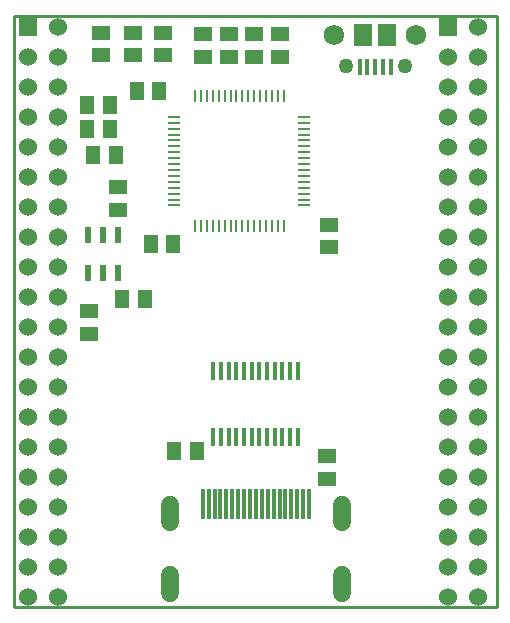
<source format=gts>
G75*
%MOIN*%
%OFA0B0*%
%FSLAX24Y24*%
%IPPOS*%
%LPD*%
%AMOC8*
5,1,8,0,0,1.08239X$1,22.5*
%
%ADD10C,0.0100*%
%ADD11R,0.0087X0.0394*%
%ADD12R,0.0394X0.0087*%
%ADD13C,0.0600*%
%ADD14R,0.0600X0.0600*%
%ADD15R,0.0209X0.0524*%
%ADD16R,0.0591X0.0512*%
%ADD17R,0.0118X0.1024*%
%ADD18C,0.0590*%
%ADD19C,0.0000*%
%ADD20C,0.0354*%
%ADD21R,0.0512X0.0630*%
%ADD22R,0.0118X0.0610*%
%ADD23R,0.0512X0.0591*%
%ADD24R,0.0157X0.0531*%
%ADD25R,0.0591X0.0748*%
%ADD26C,0.0679*%
%ADD27C,0.0502*%
D10*
X004503Y002292D02*
X004503Y021967D01*
X020603Y021967D01*
X020603Y002292D01*
X004503Y002292D01*
D11*
X010552Y014977D03*
X010749Y014977D03*
X010945Y014977D03*
X011142Y014977D03*
X011339Y014977D03*
X011536Y014977D03*
X011733Y014977D03*
X011930Y014977D03*
X012127Y014977D03*
X012323Y014977D03*
X012520Y014977D03*
X012717Y014977D03*
X012914Y014977D03*
X013111Y014977D03*
X013308Y014977D03*
X013504Y014977D03*
X013504Y019308D03*
X013308Y019308D03*
X013111Y019308D03*
X012914Y019308D03*
X012717Y019308D03*
X012520Y019308D03*
X012323Y019308D03*
X012127Y019308D03*
X011930Y019308D03*
X011733Y019308D03*
X011536Y019308D03*
X011339Y019308D03*
X011142Y019308D03*
X010945Y019308D03*
X010749Y019308D03*
X010552Y019308D03*
D12*
X009863Y018619D03*
X009863Y018422D03*
X009863Y018225D03*
X009863Y018028D03*
X009863Y017831D03*
X009863Y017634D03*
X009863Y017438D03*
X009863Y017241D03*
X009863Y017044D03*
X009863Y016847D03*
X009863Y016650D03*
X009863Y016453D03*
X009863Y016256D03*
X009863Y016060D03*
X009863Y015863D03*
X009863Y015666D03*
X014193Y015666D03*
X014193Y015863D03*
X014193Y016060D03*
X014193Y016256D03*
X014193Y016453D03*
X014193Y016650D03*
X014193Y016847D03*
X014193Y017044D03*
X014193Y017241D03*
X014193Y017438D03*
X014193Y017634D03*
X014193Y017831D03*
X014193Y018028D03*
X014193Y018225D03*
X014193Y018422D03*
X014193Y018619D03*
D13*
X018995Y018616D03*
X018995Y019616D03*
X018995Y020616D03*
X019995Y020616D03*
X019995Y019616D03*
X019995Y018616D03*
X019995Y017616D03*
X018995Y017616D03*
X018995Y016616D03*
X018995Y015616D03*
X019995Y015616D03*
X019995Y016616D03*
X019995Y014616D03*
X018995Y014616D03*
X018995Y013616D03*
X018995Y012616D03*
X019995Y012616D03*
X019995Y013616D03*
X019995Y011616D03*
X018995Y011616D03*
X018995Y010616D03*
X019995Y010616D03*
X019995Y009616D03*
X018995Y009616D03*
X018995Y008616D03*
X018995Y007616D03*
X019995Y007616D03*
X019995Y008616D03*
X019995Y006616D03*
X018995Y006616D03*
X018995Y005616D03*
X018995Y004616D03*
X019995Y004616D03*
X019995Y005616D03*
X019995Y003616D03*
X018995Y003616D03*
X018995Y002616D03*
X019995Y002616D03*
X005995Y002616D03*
X004995Y002616D03*
X004995Y003616D03*
X005995Y003616D03*
X005995Y004616D03*
X004995Y004616D03*
X004995Y005616D03*
X004995Y006616D03*
X005995Y006616D03*
X005995Y005616D03*
X005995Y007616D03*
X004995Y007616D03*
X004995Y008616D03*
X004995Y009616D03*
X005995Y009616D03*
X005995Y008616D03*
X005995Y010616D03*
X004995Y010616D03*
X004995Y011616D03*
X005995Y011616D03*
X005995Y012616D03*
X004995Y012616D03*
X004995Y013616D03*
X004995Y014616D03*
X005995Y014616D03*
X005995Y013616D03*
X005995Y015616D03*
X004995Y015616D03*
X004995Y016616D03*
X004995Y017616D03*
X005995Y017616D03*
X005995Y016616D03*
X005995Y018616D03*
X004995Y018616D03*
X004995Y019616D03*
X004995Y020616D03*
X005995Y020616D03*
X005995Y019616D03*
X005995Y021616D03*
X019995Y021616D03*
D14*
X018995Y021616D03*
X004995Y021616D03*
D15*
X006978Y014672D03*
X007478Y014672D03*
X007978Y014672D03*
X007978Y013412D03*
X007478Y013412D03*
X006978Y013412D03*
D16*
X007028Y012141D03*
X007028Y011393D03*
X007978Y015518D03*
X007978Y016266D03*
X010828Y020618D03*
X010828Y021366D03*
X011678Y021366D03*
X012528Y021366D03*
X012528Y020618D03*
X011678Y020618D03*
X013378Y020618D03*
X013378Y021366D03*
X009478Y021416D03*
X009478Y020668D03*
X008478Y020668D03*
X008478Y021416D03*
X007428Y021416D03*
X007428Y020668D03*
X015028Y015016D03*
X015028Y014268D03*
X014958Y007306D03*
X014958Y006558D03*
D17*
X014350Y005701D03*
X014153Y005701D03*
X013956Y005701D03*
X013759Y005701D03*
X013562Y005701D03*
X013366Y005701D03*
X013169Y005701D03*
X012972Y005701D03*
X012775Y005701D03*
X012578Y005701D03*
X012381Y005701D03*
X012184Y005701D03*
X011988Y005701D03*
X011791Y005701D03*
X011594Y005701D03*
X011397Y005701D03*
X011200Y005701D03*
X011003Y005701D03*
X010806Y005701D03*
D18*
X009724Y005697D02*
X009724Y005107D01*
X009724Y003351D02*
X009724Y002761D01*
X015432Y002761D02*
X015432Y003351D01*
X015432Y005107D02*
X015432Y005697D01*
D19*
X015255Y005697D02*
X015257Y005723D01*
X015263Y005749D01*
X015273Y005774D01*
X015286Y005797D01*
X015302Y005817D01*
X015322Y005835D01*
X015344Y005850D01*
X015367Y005862D01*
X015393Y005870D01*
X015419Y005874D01*
X015445Y005874D01*
X015471Y005870D01*
X015497Y005862D01*
X015521Y005850D01*
X015542Y005835D01*
X015562Y005817D01*
X015578Y005797D01*
X015591Y005774D01*
X015601Y005749D01*
X015607Y005723D01*
X015609Y005697D01*
X015607Y005671D01*
X015601Y005645D01*
X015591Y005620D01*
X015578Y005597D01*
X015562Y005577D01*
X015542Y005559D01*
X015520Y005544D01*
X015497Y005532D01*
X015471Y005524D01*
X015445Y005520D01*
X015419Y005520D01*
X015393Y005524D01*
X015367Y005532D01*
X015343Y005544D01*
X015322Y005559D01*
X015302Y005577D01*
X015286Y005597D01*
X015273Y005620D01*
X015263Y005645D01*
X015257Y005671D01*
X015255Y005697D01*
X015255Y005520D02*
X015257Y005546D01*
X015263Y005572D01*
X015273Y005597D01*
X015286Y005620D01*
X015302Y005640D01*
X015322Y005658D01*
X015344Y005673D01*
X015367Y005685D01*
X015393Y005693D01*
X015419Y005697D01*
X015445Y005697D01*
X015471Y005693D01*
X015497Y005685D01*
X015521Y005673D01*
X015542Y005658D01*
X015562Y005640D01*
X015578Y005620D01*
X015591Y005597D01*
X015601Y005572D01*
X015607Y005546D01*
X015609Y005520D01*
X015607Y005494D01*
X015601Y005468D01*
X015591Y005443D01*
X015578Y005420D01*
X015562Y005400D01*
X015542Y005382D01*
X015520Y005367D01*
X015497Y005355D01*
X015471Y005347D01*
X015445Y005343D01*
X015419Y005343D01*
X015393Y005347D01*
X015367Y005355D01*
X015343Y005367D01*
X015322Y005382D01*
X015302Y005400D01*
X015286Y005420D01*
X015273Y005443D01*
X015263Y005468D01*
X015257Y005494D01*
X015255Y005520D01*
X015255Y005284D02*
X015257Y005310D01*
X015263Y005336D01*
X015273Y005361D01*
X015286Y005384D01*
X015302Y005404D01*
X015322Y005422D01*
X015344Y005437D01*
X015367Y005449D01*
X015393Y005457D01*
X015419Y005461D01*
X015445Y005461D01*
X015471Y005457D01*
X015497Y005449D01*
X015521Y005437D01*
X015542Y005422D01*
X015562Y005404D01*
X015578Y005384D01*
X015591Y005361D01*
X015601Y005336D01*
X015607Y005310D01*
X015609Y005284D01*
X015607Y005258D01*
X015601Y005232D01*
X015591Y005207D01*
X015578Y005184D01*
X015562Y005164D01*
X015542Y005146D01*
X015520Y005131D01*
X015497Y005119D01*
X015471Y005111D01*
X015445Y005107D01*
X015419Y005107D01*
X015393Y005111D01*
X015367Y005119D01*
X015343Y005131D01*
X015322Y005146D01*
X015302Y005164D01*
X015286Y005184D01*
X015273Y005207D01*
X015263Y005232D01*
X015257Y005258D01*
X015255Y005284D01*
X015255Y005107D02*
X015257Y005133D01*
X015263Y005159D01*
X015273Y005184D01*
X015286Y005207D01*
X015302Y005227D01*
X015322Y005245D01*
X015344Y005260D01*
X015367Y005272D01*
X015393Y005280D01*
X015419Y005284D01*
X015445Y005284D01*
X015471Y005280D01*
X015497Y005272D01*
X015521Y005260D01*
X015542Y005245D01*
X015562Y005227D01*
X015578Y005207D01*
X015591Y005184D01*
X015601Y005159D01*
X015607Y005133D01*
X015609Y005107D01*
X015607Y005081D01*
X015601Y005055D01*
X015591Y005030D01*
X015578Y005007D01*
X015562Y004987D01*
X015542Y004969D01*
X015520Y004954D01*
X015497Y004942D01*
X015471Y004934D01*
X015445Y004930D01*
X015419Y004930D01*
X015393Y004934D01*
X015367Y004942D01*
X015343Y004954D01*
X015322Y004969D01*
X015302Y004987D01*
X015286Y005007D01*
X015273Y005030D01*
X015263Y005055D01*
X015257Y005081D01*
X015255Y005107D01*
X015255Y003355D02*
X015257Y003381D01*
X015263Y003407D01*
X015273Y003432D01*
X015286Y003455D01*
X015302Y003475D01*
X015322Y003493D01*
X015344Y003508D01*
X015367Y003520D01*
X015393Y003528D01*
X015419Y003532D01*
X015445Y003532D01*
X015471Y003528D01*
X015497Y003520D01*
X015521Y003508D01*
X015542Y003493D01*
X015562Y003475D01*
X015578Y003455D01*
X015591Y003432D01*
X015601Y003407D01*
X015607Y003381D01*
X015609Y003355D01*
X015607Y003329D01*
X015601Y003303D01*
X015591Y003278D01*
X015578Y003255D01*
X015562Y003235D01*
X015542Y003217D01*
X015520Y003202D01*
X015497Y003190D01*
X015471Y003182D01*
X015445Y003178D01*
X015419Y003178D01*
X015393Y003182D01*
X015367Y003190D01*
X015343Y003202D01*
X015322Y003217D01*
X015302Y003235D01*
X015286Y003255D01*
X015273Y003278D01*
X015263Y003303D01*
X015257Y003329D01*
X015255Y003355D01*
X015255Y003178D02*
X015257Y003204D01*
X015263Y003230D01*
X015273Y003255D01*
X015286Y003278D01*
X015302Y003298D01*
X015322Y003316D01*
X015344Y003331D01*
X015367Y003343D01*
X015393Y003351D01*
X015419Y003355D01*
X015445Y003355D01*
X015471Y003351D01*
X015497Y003343D01*
X015521Y003331D01*
X015542Y003316D01*
X015562Y003298D01*
X015578Y003278D01*
X015591Y003255D01*
X015601Y003230D01*
X015607Y003204D01*
X015609Y003178D01*
X015607Y003152D01*
X015601Y003126D01*
X015591Y003101D01*
X015578Y003078D01*
X015562Y003058D01*
X015542Y003040D01*
X015520Y003025D01*
X015497Y003013D01*
X015471Y003005D01*
X015445Y003001D01*
X015419Y003001D01*
X015393Y003005D01*
X015367Y003013D01*
X015343Y003025D01*
X015322Y003040D01*
X015302Y003058D01*
X015286Y003078D01*
X015273Y003101D01*
X015263Y003126D01*
X015257Y003152D01*
X015255Y003178D01*
X015255Y002941D02*
X015257Y002967D01*
X015263Y002993D01*
X015273Y003018D01*
X015286Y003041D01*
X015302Y003061D01*
X015322Y003079D01*
X015344Y003094D01*
X015367Y003106D01*
X015393Y003114D01*
X015419Y003118D01*
X015445Y003118D01*
X015471Y003114D01*
X015497Y003106D01*
X015521Y003094D01*
X015542Y003079D01*
X015562Y003061D01*
X015578Y003041D01*
X015591Y003018D01*
X015601Y002993D01*
X015607Y002967D01*
X015609Y002941D01*
X015607Y002915D01*
X015601Y002889D01*
X015591Y002864D01*
X015578Y002841D01*
X015562Y002821D01*
X015542Y002803D01*
X015520Y002788D01*
X015497Y002776D01*
X015471Y002768D01*
X015445Y002764D01*
X015419Y002764D01*
X015393Y002768D01*
X015367Y002776D01*
X015343Y002788D01*
X015322Y002803D01*
X015302Y002821D01*
X015286Y002841D01*
X015273Y002864D01*
X015263Y002889D01*
X015257Y002915D01*
X015255Y002941D01*
X015255Y002764D02*
X015257Y002790D01*
X015263Y002816D01*
X015273Y002841D01*
X015286Y002864D01*
X015302Y002884D01*
X015322Y002902D01*
X015344Y002917D01*
X015367Y002929D01*
X015393Y002937D01*
X015419Y002941D01*
X015445Y002941D01*
X015471Y002937D01*
X015497Y002929D01*
X015521Y002917D01*
X015542Y002902D01*
X015562Y002884D01*
X015578Y002864D01*
X015591Y002841D01*
X015601Y002816D01*
X015607Y002790D01*
X015609Y002764D01*
X015607Y002738D01*
X015601Y002712D01*
X015591Y002687D01*
X015578Y002664D01*
X015562Y002644D01*
X015542Y002626D01*
X015520Y002611D01*
X015497Y002599D01*
X015471Y002591D01*
X015445Y002587D01*
X015419Y002587D01*
X015393Y002591D01*
X015367Y002599D01*
X015343Y002611D01*
X015322Y002626D01*
X015302Y002644D01*
X015286Y002664D01*
X015273Y002687D01*
X015263Y002712D01*
X015257Y002738D01*
X015255Y002764D01*
X009547Y002764D02*
X009549Y002790D01*
X009555Y002816D01*
X009565Y002841D01*
X009578Y002864D01*
X009594Y002884D01*
X009614Y002902D01*
X009636Y002917D01*
X009659Y002929D01*
X009685Y002937D01*
X009711Y002941D01*
X009737Y002941D01*
X009763Y002937D01*
X009789Y002929D01*
X009813Y002917D01*
X009834Y002902D01*
X009854Y002884D01*
X009870Y002864D01*
X009883Y002841D01*
X009893Y002816D01*
X009899Y002790D01*
X009901Y002764D01*
X009899Y002738D01*
X009893Y002712D01*
X009883Y002687D01*
X009870Y002664D01*
X009854Y002644D01*
X009834Y002626D01*
X009812Y002611D01*
X009789Y002599D01*
X009763Y002591D01*
X009737Y002587D01*
X009711Y002587D01*
X009685Y002591D01*
X009659Y002599D01*
X009635Y002611D01*
X009614Y002626D01*
X009594Y002644D01*
X009578Y002664D01*
X009565Y002687D01*
X009555Y002712D01*
X009549Y002738D01*
X009547Y002764D01*
X009547Y002941D02*
X009549Y002967D01*
X009555Y002993D01*
X009565Y003018D01*
X009578Y003041D01*
X009594Y003061D01*
X009614Y003079D01*
X009636Y003094D01*
X009659Y003106D01*
X009685Y003114D01*
X009711Y003118D01*
X009737Y003118D01*
X009763Y003114D01*
X009789Y003106D01*
X009813Y003094D01*
X009834Y003079D01*
X009854Y003061D01*
X009870Y003041D01*
X009883Y003018D01*
X009893Y002993D01*
X009899Y002967D01*
X009901Y002941D01*
X009899Y002915D01*
X009893Y002889D01*
X009883Y002864D01*
X009870Y002841D01*
X009854Y002821D01*
X009834Y002803D01*
X009812Y002788D01*
X009789Y002776D01*
X009763Y002768D01*
X009737Y002764D01*
X009711Y002764D01*
X009685Y002768D01*
X009659Y002776D01*
X009635Y002788D01*
X009614Y002803D01*
X009594Y002821D01*
X009578Y002841D01*
X009565Y002864D01*
X009555Y002889D01*
X009549Y002915D01*
X009547Y002941D01*
X009547Y003178D02*
X009549Y003204D01*
X009555Y003230D01*
X009565Y003255D01*
X009578Y003278D01*
X009594Y003298D01*
X009614Y003316D01*
X009636Y003331D01*
X009659Y003343D01*
X009685Y003351D01*
X009711Y003355D01*
X009737Y003355D01*
X009763Y003351D01*
X009789Y003343D01*
X009813Y003331D01*
X009834Y003316D01*
X009854Y003298D01*
X009870Y003278D01*
X009883Y003255D01*
X009893Y003230D01*
X009899Y003204D01*
X009901Y003178D01*
X009899Y003152D01*
X009893Y003126D01*
X009883Y003101D01*
X009870Y003078D01*
X009854Y003058D01*
X009834Y003040D01*
X009812Y003025D01*
X009789Y003013D01*
X009763Y003005D01*
X009737Y003001D01*
X009711Y003001D01*
X009685Y003005D01*
X009659Y003013D01*
X009635Y003025D01*
X009614Y003040D01*
X009594Y003058D01*
X009578Y003078D01*
X009565Y003101D01*
X009555Y003126D01*
X009549Y003152D01*
X009547Y003178D01*
X009547Y003355D02*
X009549Y003381D01*
X009555Y003407D01*
X009565Y003432D01*
X009578Y003455D01*
X009594Y003475D01*
X009614Y003493D01*
X009636Y003508D01*
X009659Y003520D01*
X009685Y003528D01*
X009711Y003532D01*
X009737Y003532D01*
X009763Y003528D01*
X009789Y003520D01*
X009813Y003508D01*
X009834Y003493D01*
X009854Y003475D01*
X009870Y003455D01*
X009883Y003432D01*
X009893Y003407D01*
X009899Y003381D01*
X009901Y003355D01*
X009899Y003329D01*
X009893Y003303D01*
X009883Y003278D01*
X009870Y003255D01*
X009854Y003235D01*
X009834Y003217D01*
X009812Y003202D01*
X009789Y003190D01*
X009763Y003182D01*
X009737Y003178D01*
X009711Y003178D01*
X009685Y003182D01*
X009659Y003190D01*
X009635Y003202D01*
X009614Y003217D01*
X009594Y003235D01*
X009578Y003255D01*
X009565Y003278D01*
X009555Y003303D01*
X009549Y003329D01*
X009547Y003355D01*
X009547Y005107D02*
X009549Y005133D01*
X009555Y005159D01*
X009565Y005184D01*
X009578Y005207D01*
X009594Y005227D01*
X009614Y005245D01*
X009636Y005260D01*
X009659Y005272D01*
X009685Y005280D01*
X009711Y005284D01*
X009737Y005284D01*
X009763Y005280D01*
X009789Y005272D01*
X009813Y005260D01*
X009834Y005245D01*
X009854Y005227D01*
X009870Y005207D01*
X009883Y005184D01*
X009893Y005159D01*
X009899Y005133D01*
X009901Y005107D01*
X009899Y005081D01*
X009893Y005055D01*
X009883Y005030D01*
X009870Y005007D01*
X009854Y004987D01*
X009834Y004969D01*
X009812Y004954D01*
X009789Y004942D01*
X009763Y004934D01*
X009737Y004930D01*
X009711Y004930D01*
X009685Y004934D01*
X009659Y004942D01*
X009635Y004954D01*
X009614Y004969D01*
X009594Y004987D01*
X009578Y005007D01*
X009565Y005030D01*
X009555Y005055D01*
X009549Y005081D01*
X009547Y005107D01*
X009547Y005284D02*
X009549Y005310D01*
X009555Y005336D01*
X009565Y005361D01*
X009578Y005384D01*
X009594Y005404D01*
X009614Y005422D01*
X009636Y005437D01*
X009659Y005449D01*
X009685Y005457D01*
X009711Y005461D01*
X009737Y005461D01*
X009763Y005457D01*
X009789Y005449D01*
X009813Y005437D01*
X009834Y005422D01*
X009854Y005404D01*
X009870Y005384D01*
X009883Y005361D01*
X009893Y005336D01*
X009899Y005310D01*
X009901Y005284D01*
X009899Y005258D01*
X009893Y005232D01*
X009883Y005207D01*
X009870Y005184D01*
X009854Y005164D01*
X009834Y005146D01*
X009812Y005131D01*
X009789Y005119D01*
X009763Y005111D01*
X009737Y005107D01*
X009711Y005107D01*
X009685Y005111D01*
X009659Y005119D01*
X009635Y005131D01*
X009614Y005146D01*
X009594Y005164D01*
X009578Y005184D01*
X009565Y005207D01*
X009555Y005232D01*
X009549Y005258D01*
X009547Y005284D01*
X009547Y005520D02*
X009549Y005546D01*
X009555Y005572D01*
X009565Y005597D01*
X009578Y005620D01*
X009594Y005640D01*
X009614Y005658D01*
X009636Y005673D01*
X009659Y005685D01*
X009685Y005693D01*
X009711Y005697D01*
X009737Y005697D01*
X009763Y005693D01*
X009789Y005685D01*
X009813Y005673D01*
X009834Y005658D01*
X009854Y005640D01*
X009870Y005620D01*
X009883Y005597D01*
X009893Y005572D01*
X009899Y005546D01*
X009901Y005520D01*
X009899Y005494D01*
X009893Y005468D01*
X009883Y005443D01*
X009870Y005420D01*
X009854Y005400D01*
X009834Y005382D01*
X009812Y005367D01*
X009789Y005355D01*
X009763Y005347D01*
X009737Y005343D01*
X009711Y005343D01*
X009685Y005347D01*
X009659Y005355D01*
X009635Y005367D01*
X009614Y005382D01*
X009594Y005400D01*
X009578Y005420D01*
X009565Y005443D01*
X009555Y005468D01*
X009549Y005494D01*
X009547Y005520D01*
X009547Y005697D02*
X009549Y005723D01*
X009555Y005749D01*
X009565Y005774D01*
X009578Y005797D01*
X009594Y005817D01*
X009614Y005835D01*
X009636Y005850D01*
X009659Y005862D01*
X009685Y005870D01*
X009711Y005874D01*
X009737Y005874D01*
X009763Y005870D01*
X009789Y005862D01*
X009813Y005850D01*
X009834Y005835D01*
X009854Y005817D01*
X009870Y005797D01*
X009883Y005774D01*
X009893Y005749D01*
X009899Y005723D01*
X009901Y005697D01*
X009899Y005671D01*
X009893Y005645D01*
X009883Y005620D01*
X009870Y005597D01*
X009854Y005577D01*
X009834Y005559D01*
X009812Y005544D01*
X009789Y005532D01*
X009763Y005524D01*
X009737Y005520D01*
X009711Y005520D01*
X009685Y005524D01*
X009659Y005532D01*
X009635Y005544D01*
X009614Y005559D01*
X009594Y005577D01*
X009578Y005597D01*
X009565Y005620D01*
X009555Y005645D01*
X009549Y005671D01*
X009547Y005697D01*
D20*
X009724Y005697D03*
X009724Y005520D03*
X009724Y005284D03*
X009724Y005107D03*
X009724Y003355D03*
X009724Y003178D03*
X009724Y002941D03*
X009724Y002764D03*
X015432Y002764D03*
X015432Y002941D03*
X015432Y003178D03*
X015432Y003355D03*
X015432Y005107D03*
X015432Y005284D03*
X015432Y005520D03*
X015432Y005697D03*
D21*
X008877Y012542D03*
X008129Y012542D03*
X007902Y017342D03*
X007154Y017342D03*
X006954Y018217D03*
X007702Y018217D03*
X007702Y019017D03*
X006954Y019017D03*
D22*
X011155Y010145D03*
X011411Y010145D03*
X011667Y010145D03*
X011923Y010145D03*
X012179Y010145D03*
X012435Y010145D03*
X012691Y010145D03*
X012947Y010145D03*
X013203Y010145D03*
X013459Y010145D03*
X013715Y010145D03*
X013970Y010145D03*
X013970Y007940D03*
X013715Y007940D03*
X013459Y007940D03*
X013203Y007940D03*
X012947Y007940D03*
X012691Y007940D03*
X012435Y007940D03*
X012179Y007940D03*
X011923Y007940D03*
X011667Y007940D03*
X011411Y007940D03*
X011155Y007940D03*
D23*
X010602Y007492D03*
X009854Y007492D03*
X009827Y014392D03*
X009079Y014392D03*
X009352Y019492D03*
X008604Y019492D03*
D24*
X016041Y020289D03*
X016297Y020289D03*
X016553Y020289D03*
X016809Y020289D03*
X017065Y020289D03*
D25*
X016947Y021342D03*
X016159Y021338D03*
D26*
X015175Y021342D03*
X017931Y021342D03*
D27*
X017537Y020309D03*
X015569Y020309D03*
M02*

</source>
